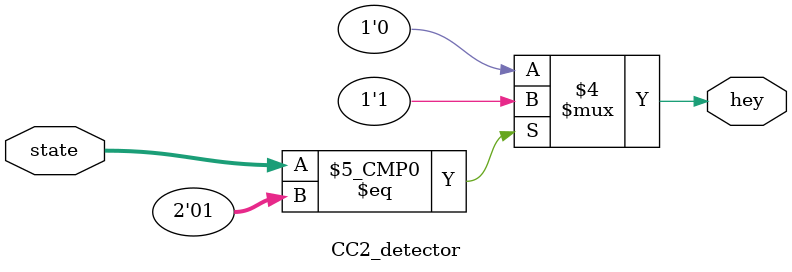
<source format=sv>
`timescale 1ns / 1ps


module rise_detector(
    input logic clk,
    input logic reset,
    input logic enable,
    input logic valid,
    output logic hey
    );
    logic [1:0] state, next_state;
    CC1_detector cc1(state,valid,next_state);
    CC2_detector cc2(state, hey);
    
    always_ff @(posedge clk)
        if (reset) begin
            state = 0;
        end
        else if (enable)begin
            state <= next_state;
        end
endmodule 
module CC1_detector(
    input logic [1:0]state,
    input logic valid,
    output logic [1:0]next_state
    );
    always_comb begin
        case(state)
            2'b00: if(valid)next_state = 2'b01; 
                  else next_state = 2'b00;
            2'b01: next_state = 2'b10;
            2'b10: if(valid)next_state = 2'b10; 
                  else next_state = 2'b00;
            default: next_state = 2'b00;
        endcase
    end
endmodule
module CC2_detector(
    input logic [1:0]state,
    output logic hey
    );
    always_comb begin
        case(state)
            2'b00: hey = 0;
            2'b01: hey = 1;
            2'b10: hey = 0;
            default: hey = 0;
        endcase
    end
endmodule
</source>
